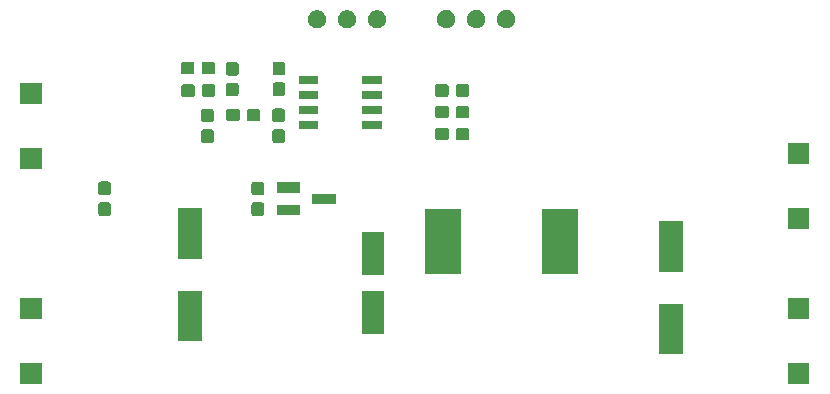
<source format=gbr>
G04 #@! TF.GenerationSoftware,KiCad,Pcbnew,5.0.2-bee76a0~70~ubuntu18.04.1*
G04 #@! TF.CreationDate,2019-01-01T14:35:21-08:00*
G04 #@! TF.ProjectId,Buck_Converter_V1,4275636b-5f43-46f6-9e76-65727465725f,rev?*
G04 #@! TF.SameCoordinates,Original*
G04 #@! TF.FileFunction,Soldermask,Top*
G04 #@! TF.FilePolarity,Negative*
%FSLAX46Y46*%
G04 Gerber Fmt 4.6, Leading zero omitted, Abs format (unit mm)*
G04 Created by KiCad (PCBNEW 5.0.2-bee76a0~70~ubuntu18.04.1) date Tue 01 Jan 2019 02:35:21 PM PST*
%MOMM*%
%LPD*%
G01*
G04 APERTURE LIST*
%ADD10C,0.100000*%
G04 APERTURE END LIST*
D10*
G36*
X114701000Y-104901000D02*
X112899000Y-104901000D01*
X112899000Y-103099000D01*
X114701000Y-103099000D01*
X114701000Y-104901000D01*
X114701000Y-104901000D01*
G37*
G36*
X179701000Y-104901000D02*
X177899000Y-104901000D01*
X177899000Y-103099000D01*
X179701000Y-103099000D01*
X179701000Y-104901000D01*
X179701000Y-104901000D01*
G37*
G36*
X168983900Y-102386900D02*
X166981900Y-102386900D01*
X166981900Y-98084900D01*
X168983900Y-98084900D01*
X168983900Y-102386900D01*
X168983900Y-102386900D01*
G37*
G36*
X128280400Y-101294700D02*
X126278400Y-101294700D01*
X126278400Y-96992700D01*
X128280400Y-96992700D01*
X128280400Y-101294700D01*
X128280400Y-101294700D01*
G37*
G36*
X143711700Y-100643200D02*
X141809700Y-100643200D01*
X141809700Y-97041200D01*
X143711700Y-97041200D01*
X143711700Y-100643200D01*
X143711700Y-100643200D01*
G37*
G36*
X179701000Y-99401000D02*
X177899000Y-99401000D01*
X177899000Y-97599000D01*
X179701000Y-97599000D01*
X179701000Y-99401000D01*
X179701000Y-99401000D01*
G37*
G36*
X114701000Y-99401000D02*
X112899000Y-99401000D01*
X112899000Y-97599000D01*
X114701000Y-97599000D01*
X114701000Y-99401000D01*
X114701000Y-99401000D01*
G37*
G36*
X143711700Y-95643200D02*
X141809700Y-95643200D01*
X141809700Y-92041200D01*
X143711700Y-92041200D01*
X143711700Y-95643200D01*
X143711700Y-95643200D01*
G37*
G36*
X160095600Y-95613400D02*
X157093600Y-95613400D01*
X157093600Y-90111400D01*
X160095600Y-90111400D01*
X160095600Y-95613400D01*
X160095600Y-95613400D01*
G37*
G36*
X150195600Y-95613400D02*
X147193600Y-95613400D01*
X147193600Y-90111400D01*
X150195600Y-90111400D01*
X150195600Y-95613400D01*
X150195600Y-95613400D01*
G37*
G36*
X168983900Y-95386900D02*
X166981900Y-95386900D01*
X166981900Y-91084900D01*
X168983900Y-91084900D01*
X168983900Y-95386900D01*
X168983900Y-95386900D01*
G37*
G36*
X128280400Y-94294700D02*
X126278400Y-94294700D01*
X126278400Y-89992700D01*
X128280400Y-89992700D01*
X128280400Y-94294700D01*
X128280400Y-94294700D01*
G37*
G36*
X179701000Y-91781000D02*
X177899000Y-91781000D01*
X177899000Y-89979000D01*
X179701000Y-89979000D01*
X179701000Y-91781000D01*
X179701000Y-91781000D01*
G37*
G36*
X133358899Y-89520945D02*
X133396393Y-89532319D01*
X133430957Y-89550794D01*
X133461247Y-89575653D01*
X133486106Y-89605943D01*
X133504581Y-89640507D01*
X133515955Y-89678001D01*
X133520400Y-89723138D01*
X133520400Y-90461862D01*
X133515955Y-90506999D01*
X133504581Y-90544493D01*
X133486106Y-90579057D01*
X133461247Y-90609347D01*
X133430957Y-90634206D01*
X133396393Y-90652681D01*
X133358899Y-90664055D01*
X133313762Y-90668500D01*
X132675038Y-90668500D01*
X132629901Y-90664055D01*
X132592407Y-90652681D01*
X132557843Y-90634206D01*
X132527553Y-90609347D01*
X132502694Y-90579057D01*
X132484219Y-90544493D01*
X132472845Y-90506999D01*
X132468400Y-90461862D01*
X132468400Y-89723138D01*
X132472845Y-89678001D01*
X132484219Y-89640507D01*
X132502694Y-89605943D01*
X132527553Y-89575653D01*
X132557843Y-89550794D01*
X132592407Y-89532319D01*
X132629901Y-89520945D01*
X132675038Y-89516500D01*
X133313762Y-89516500D01*
X133358899Y-89520945D01*
X133358899Y-89520945D01*
G37*
G36*
X120392199Y-89508245D02*
X120429693Y-89519619D01*
X120464257Y-89538094D01*
X120494547Y-89562953D01*
X120519406Y-89593243D01*
X120537881Y-89627807D01*
X120549255Y-89665301D01*
X120553700Y-89710438D01*
X120553700Y-90449162D01*
X120549255Y-90494299D01*
X120537881Y-90531793D01*
X120519406Y-90566357D01*
X120494547Y-90596647D01*
X120464257Y-90621506D01*
X120429693Y-90639981D01*
X120392199Y-90651355D01*
X120347062Y-90655800D01*
X119708338Y-90655800D01*
X119663201Y-90651355D01*
X119625707Y-90639981D01*
X119591143Y-90621506D01*
X119560853Y-90596647D01*
X119535994Y-90566357D01*
X119517519Y-90531793D01*
X119506145Y-90494299D01*
X119501700Y-90449162D01*
X119501700Y-89710438D01*
X119506145Y-89665301D01*
X119517519Y-89627807D01*
X119535994Y-89593243D01*
X119560853Y-89562953D01*
X119591143Y-89538094D01*
X119625707Y-89519619D01*
X119663201Y-89508245D01*
X119708338Y-89503800D01*
X120347062Y-89503800D01*
X120392199Y-89508245D01*
X120392199Y-89508245D01*
G37*
G36*
X136610200Y-90631200D02*
X134608200Y-90631200D01*
X134608200Y-89729200D01*
X136610200Y-89729200D01*
X136610200Y-90631200D01*
X136610200Y-90631200D01*
G37*
G36*
X139610200Y-89681200D02*
X137608200Y-89681200D01*
X137608200Y-88779200D01*
X139610200Y-88779200D01*
X139610200Y-89681200D01*
X139610200Y-89681200D01*
G37*
G36*
X133358899Y-87770945D02*
X133396393Y-87782319D01*
X133430957Y-87800794D01*
X133461247Y-87825653D01*
X133486106Y-87855943D01*
X133504581Y-87890507D01*
X133515955Y-87928001D01*
X133520400Y-87973138D01*
X133520400Y-88711862D01*
X133515955Y-88756999D01*
X133504581Y-88794493D01*
X133486106Y-88829057D01*
X133461247Y-88859347D01*
X133430957Y-88884206D01*
X133396393Y-88902681D01*
X133358899Y-88914055D01*
X133313762Y-88918500D01*
X132675038Y-88918500D01*
X132629901Y-88914055D01*
X132592407Y-88902681D01*
X132557843Y-88884206D01*
X132527553Y-88859347D01*
X132502694Y-88829057D01*
X132484219Y-88794493D01*
X132472845Y-88756999D01*
X132468400Y-88711862D01*
X132468400Y-87973138D01*
X132472845Y-87928001D01*
X132484219Y-87890507D01*
X132502694Y-87855943D01*
X132527553Y-87825653D01*
X132557843Y-87800794D01*
X132592407Y-87782319D01*
X132629901Y-87770945D01*
X132675038Y-87766500D01*
X133313762Y-87766500D01*
X133358899Y-87770945D01*
X133358899Y-87770945D01*
G37*
G36*
X120392199Y-87758245D02*
X120429693Y-87769619D01*
X120464257Y-87788094D01*
X120494547Y-87812953D01*
X120519406Y-87843243D01*
X120537881Y-87877807D01*
X120549255Y-87915301D01*
X120553700Y-87960438D01*
X120553700Y-88699162D01*
X120549255Y-88744299D01*
X120537881Y-88781793D01*
X120519406Y-88816357D01*
X120494547Y-88846647D01*
X120464257Y-88871506D01*
X120429693Y-88889981D01*
X120392199Y-88901355D01*
X120347062Y-88905800D01*
X119708338Y-88905800D01*
X119663201Y-88901355D01*
X119625707Y-88889981D01*
X119591143Y-88871506D01*
X119560853Y-88846647D01*
X119535994Y-88816357D01*
X119517519Y-88781793D01*
X119506145Y-88744299D01*
X119501700Y-88699162D01*
X119501700Y-87960438D01*
X119506145Y-87915301D01*
X119517519Y-87877807D01*
X119535994Y-87843243D01*
X119560853Y-87812953D01*
X119591143Y-87788094D01*
X119625707Y-87769619D01*
X119663201Y-87758245D01*
X119708338Y-87753800D01*
X120347062Y-87753800D01*
X120392199Y-87758245D01*
X120392199Y-87758245D01*
G37*
G36*
X136610200Y-88731200D02*
X134608200Y-88731200D01*
X134608200Y-87829200D01*
X136610200Y-87829200D01*
X136610200Y-88731200D01*
X136610200Y-88731200D01*
G37*
G36*
X114701000Y-86701000D02*
X112899000Y-86701000D01*
X112899000Y-84899000D01*
X114701000Y-84899000D01*
X114701000Y-86701000D01*
X114701000Y-86701000D01*
G37*
G36*
X179701000Y-86281000D02*
X177899000Y-86281000D01*
X177899000Y-84479000D01*
X179701000Y-84479000D01*
X179701000Y-86281000D01*
X179701000Y-86281000D01*
G37*
G36*
X129104399Y-83348745D02*
X129141893Y-83360119D01*
X129176457Y-83378594D01*
X129206747Y-83403453D01*
X129231606Y-83433743D01*
X129250081Y-83468307D01*
X129261455Y-83505801D01*
X129265900Y-83550938D01*
X129265900Y-84289662D01*
X129261455Y-84334799D01*
X129250081Y-84372293D01*
X129231606Y-84406857D01*
X129206747Y-84437147D01*
X129176457Y-84462006D01*
X129141893Y-84480481D01*
X129104399Y-84491855D01*
X129059262Y-84496300D01*
X128420538Y-84496300D01*
X128375401Y-84491855D01*
X128337907Y-84480481D01*
X128303343Y-84462006D01*
X128273053Y-84437147D01*
X128248194Y-84406857D01*
X128229719Y-84372293D01*
X128218345Y-84334799D01*
X128213900Y-84289662D01*
X128213900Y-83550938D01*
X128218345Y-83505801D01*
X128229719Y-83468307D01*
X128248194Y-83433743D01*
X128273053Y-83403453D01*
X128303343Y-83378594D01*
X128337907Y-83360119D01*
X128375401Y-83348745D01*
X128420538Y-83344300D01*
X129059262Y-83344300D01*
X129104399Y-83348745D01*
X129104399Y-83348745D01*
G37*
G36*
X135124199Y-83323345D02*
X135161693Y-83334719D01*
X135196257Y-83353194D01*
X135226547Y-83378053D01*
X135251406Y-83408343D01*
X135269881Y-83442907D01*
X135281255Y-83480401D01*
X135285700Y-83525538D01*
X135285700Y-84264262D01*
X135281255Y-84309399D01*
X135269881Y-84346893D01*
X135251406Y-84381457D01*
X135226547Y-84411747D01*
X135196257Y-84436606D01*
X135161693Y-84455081D01*
X135124199Y-84466455D01*
X135079062Y-84470900D01*
X134440338Y-84470900D01*
X134395201Y-84466455D01*
X134357707Y-84455081D01*
X134323143Y-84436606D01*
X134292853Y-84411747D01*
X134267994Y-84381457D01*
X134249519Y-84346893D01*
X134238145Y-84309399D01*
X134233700Y-84264262D01*
X134233700Y-83525538D01*
X134238145Y-83480401D01*
X134249519Y-83442907D01*
X134267994Y-83408343D01*
X134292853Y-83378053D01*
X134323143Y-83353194D01*
X134357707Y-83334719D01*
X134395201Y-83323345D01*
X134440338Y-83318900D01*
X135079062Y-83318900D01*
X135124199Y-83323345D01*
X135124199Y-83323345D01*
G37*
G36*
X150755799Y-83222245D02*
X150793293Y-83233619D01*
X150827857Y-83252094D01*
X150858147Y-83276953D01*
X150883006Y-83307243D01*
X150901481Y-83341807D01*
X150912855Y-83379301D01*
X150917300Y-83424438D01*
X150917300Y-84063162D01*
X150912855Y-84108299D01*
X150901481Y-84145793D01*
X150883006Y-84180357D01*
X150858147Y-84210647D01*
X150827857Y-84235506D01*
X150793293Y-84253981D01*
X150755799Y-84265355D01*
X150710662Y-84269800D01*
X149971938Y-84269800D01*
X149926801Y-84265355D01*
X149889307Y-84253981D01*
X149854743Y-84235506D01*
X149824453Y-84210647D01*
X149799594Y-84180357D01*
X149781119Y-84145793D01*
X149769745Y-84108299D01*
X149765300Y-84063162D01*
X149765300Y-83424438D01*
X149769745Y-83379301D01*
X149781119Y-83341807D01*
X149799594Y-83307243D01*
X149824453Y-83276953D01*
X149854743Y-83252094D01*
X149889307Y-83233619D01*
X149926801Y-83222245D01*
X149971938Y-83217800D01*
X150710662Y-83217800D01*
X150755799Y-83222245D01*
X150755799Y-83222245D01*
G37*
G36*
X149005799Y-83222245D02*
X149043293Y-83233619D01*
X149077857Y-83252094D01*
X149108147Y-83276953D01*
X149133006Y-83307243D01*
X149151481Y-83341807D01*
X149162855Y-83379301D01*
X149167300Y-83424438D01*
X149167300Y-84063162D01*
X149162855Y-84108299D01*
X149151481Y-84145793D01*
X149133006Y-84180357D01*
X149108147Y-84210647D01*
X149077857Y-84235506D01*
X149043293Y-84253981D01*
X149005799Y-84265355D01*
X148960662Y-84269800D01*
X148221938Y-84269800D01*
X148176801Y-84265355D01*
X148139307Y-84253981D01*
X148104743Y-84235506D01*
X148074453Y-84210647D01*
X148049594Y-84180357D01*
X148031119Y-84145793D01*
X148019745Y-84108299D01*
X148015300Y-84063162D01*
X148015300Y-83424438D01*
X148019745Y-83379301D01*
X148031119Y-83341807D01*
X148049594Y-83307243D01*
X148074453Y-83276953D01*
X148104743Y-83252094D01*
X148139307Y-83233619D01*
X148176801Y-83222245D01*
X148221938Y-83217800D01*
X148960662Y-83217800D01*
X149005799Y-83222245D01*
X149005799Y-83222245D01*
G37*
G36*
X143505400Y-83332800D02*
X141853400Y-83332800D01*
X141853400Y-82630800D01*
X143505400Y-82630800D01*
X143505400Y-83332800D01*
X143505400Y-83332800D01*
G37*
G36*
X138105400Y-83332800D02*
X136453400Y-83332800D01*
X136453400Y-82630800D01*
X138105400Y-82630800D01*
X138105400Y-83332800D01*
X138105400Y-83332800D01*
G37*
G36*
X129104399Y-81598745D02*
X129141893Y-81610119D01*
X129176457Y-81628594D01*
X129206747Y-81653453D01*
X129231606Y-81683743D01*
X129250081Y-81718307D01*
X129261455Y-81755801D01*
X129265900Y-81800938D01*
X129265900Y-82539662D01*
X129261455Y-82584799D01*
X129250081Y-82622293D01*
X129231606Y-82656857D01*
X129206747Y-82687147D01*
X129176457Y-82712006D01*
X129141893Y-82730481D01*
X129104399Y-82741855D01*
X129059262Y-82746300D01*
X128420538Y-82746300D01*
X128375401Y-82741855D01*
X128337907Y-82730481D01*
X128303343Y-82712006D01*
X128273053Y-82687147D01*
X128248194Y-82656857D01*
X128229719Y-82622293D01*
X128218345Y-82584799D01*
X128213900Y-82539662D01*
X128213900Y-81800938D01*
X128218345Y-81755801D01*
X128229719Y-81718307D01*
X128248194Y-81683743D01*
X128273053Y-81653453D01*
X128303343Y-81628594D01*
X128337907Y-81610119D01*
X128375401Y-81598745D01*
X128420538Y-81594300D01*
X129059262Y-81594300D01*
X129104399Y-81598745D01*
X129104399Y-81598745D01*
G37*
G36*
X135124199Y-81573345D02*
X135161693Y-81584719D01*
X135196257Y-81603194D01*
X135226547Y-81628053D01*
X135251406Y-81658343D01*
X135269881Y-81692907D01*
X135281255Y-81730401D01*
X135285700Y-81775538D01*
X135285700Y-82514262D01*
X135281255Y-82559399D01*
X135269881Y-82596893D01*
X135251406Y-82631457D01*
X135226547Y-82661747D01*
X135196257Y-82686606D01*
X135161693Y-82705081D01*
X135124199Y-82716455D01*
X135079062Y-82720900D01*
X134440338Y-82720900D01*
X134395201Y-82716455D01*
X134357707Y-82705081D01*
X134323143Y-82686606D01*
X134292853Y-82661747D01*
X134267994Y-82631457D01*
X134249519Y-82596893D01*
X134238145Y-82559399D01*
X134233700Y-82514262D01*
X134233700Y-81775538D01*
X134238145Y-81730401D01*
X134249519Y-81692907D01*
X134267994Y-81658343D01*
X134292853Y-81628053D01*
X134323143Y-81603194D01*
X134357707Y-81584719D01*
X134395201Y-81573345D01*
X134440338Y-81568900D01*
X135079062Y-81568900D01*
X135124199Y-81573345D01*
X135124199Y-81573345D01*
G37*
G36*
X131314699Y-81609345D02*
X131352193Y-81620719D01*
X131386757Y-81639194D01*
X131417047Y-81664053D01*
X131441906Y-81694343D01*
X131460381Y-81728907D01*
X131471755Y-81766401D01*
X131476200Y-81811538D01*
X131476200Y-82450262D01*
X131471755Y-82495399D01*
X131460381Y-82532893D01*
X131441906Y-82567457D01*
X131417047Y-82597747D01*
X131386757Y-82622606D01*
X131352193Y-82641081D01*
X131314699Y-82652455D01*
X131269562Y-82656900D01*
X130530838Y-82656900D01*
X130485701Y-82652455D01*
X130448207Y-82641081D01*
X130413643Y-82622606D01*
X130383353Y-82597747D01*
X130358494Y-82567457D01*
X130340019Y-82532893D01*
X130328645Y-82495399D01*
X130324200Y-82450262D01*
X130324200Y-81811538D01*
X130328645Y-81766401D01*
X130340019Y-81728907D01*
X130358494Y-81694343D01*
X130383353Y-81664053D01*
X130413643Y-81639194D01*
X130448207Y-81620719D01*
X130485701Y-81609345D01*
X130530838Y-81604900D01*
X131269562Y-81604900D01*
X131314699Y-81609345D01*
X131314699Y-81609345D01*
G37*
G36*
X133064699Y-81609345D02*
X133102193Y-81620719D01*
X133136757Y-81639194D01*
X133167047Y-81664053D01*
X133191906Y-81694343D01*
X133210381Y-81728907D01*
X133221755Y-81766401D01*
X133226200Y-81811538D01*
X133226200Y-82450262D01*
X133221755Y-82495399D01*
X133210381Y-82532893D01*
X133191906Y-82567457D01*
X133167047Y-82597747D01*
X133136757Y-82622606D01*
X133102193Y-82641081D01*
X133064699Y-82652455D01*
X133019562Y-82656900D01*
X132280838Y-82656900D01*
X132235701Y-82652455D01*
X132198207Y-82641081D01*
X132163643Y-82622606D01*
X132133353Y-82597747D01*
X132108494Y-82567457D01*
X132090019Y-82532893D01*
X132078645Y-82495399D01*
X132074200Y-82450262D01*
X132074200Y-81811538D01*
X132078645Y-81766401D01*
X132090019Y-81728907D01*
X132108494Y-81694343D01*
X132133353Y-81664053D01*
X132163643Y-81639194D01*
X132198207Y-81620719D01*
X132235701Y-81609345D01*
X132280838Y-81604900D01*
X133019562Y-81604900D01*
X133064699Y-81609345D01*
X133064699Y-81609345D01*
G37*
G36*
X150755799Y-81368045D02*
X150793293Y-81379419D01*
X150827857Y-81397894D01*
X150858147Y-81422753D01*
X150883006Y-81453043D01*
X150901481Y-81487607D01*
X150912855Y-81525101D01*
X150917300Y-81570238D01*
X150917300Y-82208962D01*
X150912855Y-82254099D01*
X150901481Y-82291593D01*
X150883006Y-82326157D01*
X150858147Y-82356447D01*
X150827857Y-82381306D01*
X150793293Y-82399781D01*
X150755799Y-82411155D01*
X150710662Y-82415600D01*
X149971938Y-82415600D01*
X149926801Y-82411155D01*
X149889307Y-82399781D01*
X149854743Y-82381306D01*
X149824453Y-82356447D01*
X149799594Y-82326157D01*
X149781119Y-82291593D01*
X149769745Y-82254099D01*
X149765300Y-82208962D01*
X149765300Y-81570238D01*
X149769745Y-81525101D01*
X149781119Y-81487607D01*
X149799594Y-81453043D01*
X149824453Y-81422753D01*
X149854743Y-81397894D01*
X149889307Y-81379419D01*
X149926801Y-81368045D01*
X149971938Y-81363600D01*
X150710662Y-81363600D01*
X150755799Y-81368045D01*
X150755799Y-81368045D01*
G37*
G36*
X149005799Y-81368045D02*
X149043293Y-81379419D01*
X149077857Y-81397894D01*
X149108147Y-81422753D01*
X149133006Y-81453043D01*
X149151481Y-81487607D01*
X149162855Y-81525101D01*
X149167300Y-81570238D01*
X149167300Y-82208962D01*
X149162855Y-82254099D01*
X149151481Y-82291593D01*
X149133006Y-82326157D01*
X149108147Y-82356447D01*
X149077857Y-82381306D01*
X149043293Y-82399781D01*
X149005799Y-82411155D01*
X148960662Y-82415600D01*
X148221938Y-82415600D01*
X148176801Y-82411155D01*
X148139307Y-82399781D01*
X148104743Y-82381306D01*
X148074453Y-82356447D01*
X148049594Y-82326157D01*
X148031119Y-82291593D01*
X148019745Y-82254099D01*
X148015300Y-82208962D01*
X148015300Y-81570238D01*
X148019745Y-81525101D01*
X148031119Y-81487607D01*
X148049594Y-81453043D01*
X148074453Y-81422753D01*
X148104743Y-81397894D01*
X148139307Y-81379419D01*
X148176801Y-81368045D01*
X148221938Y-81363600D01*
X148960662Y-81363600D01*
X149005799Y-81368045D01*
X149005799Y-81368045D01*
G37*
G36*
X143505400Y-82062800D02*
X141853400Y-82062800D01*
X141853400Y-81360800D01*
X143505400Y-81360800D01*
X143505400Y-82062800D01*
X143505400Y-82062800D01*
G37*
G36*
X138105400Y-82062800D02*
X136453400Y-82062800D01*
X136453400Y-81360800D01*
X138105400Y-81360800D01*
X138105400Y-82062800D01*
X138105400Y-82062800D01*
G37*
G36*
X114701000Y-81201000D02*
X112899000Y-81201000D01*
X112899000Y-79399000D01*
X114701000Y-79399000D01*
X114701000Y-81201000D01*
X114701000Y-81201000D01*
G37*
G36*
X138105400Y-80792800D02*
X136453400Y-80792800D01*
X136453400Y-80090800D01*
X138105400Y-80090800D01*
X138105400Y-80792800D01*
X138105400Y-80792800D01*
G37*
G36*
X143505400Y-80792800D02*
X141853400Y-80792800D01*
X141853400Y-80090800D01*
X143505400Y-80090800D01*
X143505400Y-80792800D01*
X143505400Y-80792800D01*
G37*
G36*
X127504699Y-79526545D02*
X127542193Y-79537919D01*
X127576757Y-79556394D01*
X127607047Y-79581253D01*
X127631906Y-79611543D01*
X127650381Y-79646107D01*
X127661755Y-79683601D01*
X127666200Y-79728738D01*
X127666200Y-80367462D01*
X127661755Y-80412599D01*
X127650381Y-80450093D01*
X127631906Y-80484657D01*
X127607047Y-80514947D01*
X127576757Y-80539806D01*
X127542193Y-80558281D01*
X127504699Y-80569655D01*
X127459562Y-80574100D01*
X126720838Y-80574100D01*
X126675701Y-80569655D01*
X126638207Y-80558281D01*
X126603643Y-80539806D01*
X126573353Y-80514947D01*
X126548494Y-80484657D01*
X126530019Y-80450093D01*
X126518645Y-80412599D01*
X126514200Y-80367462D01*
X126514200Y-79728738D01*
X126518645Y-79683601D01*
X126530019Y-79646107D01*
X126548494Y-79611543D01*
X126573353Y-79581253D01*
X126603643Y-79556394D01*
X126638207Y-79537919D01*
X126675701Y-79526545D01*
X126720838Y-79522100D01*
X127459562Y-79522100D01*
X127504699Y-79526545D01*
X127504699Y-79526545D01*
G37*
G36*
X129254699Y-79526545D02*
X129292193Y-79537919D01*
X129326757Y-79556394D01*
X129357047Y-79581253D01*
X129381906Y-79611543D01*
X129400381Y-79646107D01*
X129411755Y-79683601D01*
X129416200Y-79728738D01*
X129416200Y-80367462D01*
X129411755Y-80412599D01*
X129400381Y-80450093D01*
X129381906Y-80484657D01*
X129357047Y-80514947D01*
X129326757Y-80539806D01*
X129292193Y-80558281D01*
X129254699Y-80569655D01*
X129209562Y-80574100D01*
X128470838Y-80574100D01*
X128425701Y-80569655D01*
X128388207Y-80558281D01*
X128353643Y-80539806D01*
X128323353Y-80514947D01*
X128298494Y-80484657D01*
X128280019Y-80450093D01*
X128268645Y-80412599D01*
X128264200Y-80367462D01*
X128264200Y-79728738D01*
X128268645Y-79683601D01*
X128280019Y-79646107D01*
X128298494Y-79611543D01*
X128323353Y-79581253D01*
X128353643Y-79556394D01*
X128388207Y-79537919D01*
X128425701Y-79526545D01*
X128470838Y-79522100D01*
X129209562Y-79522100D01*
X129254699Y-79526545D01*
X129254699Y-79526545D01*
G37*
G36*
X148993099Y-79526545D02*
X149030593Y-79537919D01*
X149065157Y-79556394D01*
X149095447Y-79581253D01*
X149120306Y-79611543D01*
X149138781Y-79646107D01*
X149150155Y-79683601D01*
X149154600Y-79728738D01*
X149154600Y-80367462D01*
X149150155Y-80412599D01*
X149138781Y-80450093D01*
X149120306Y-80484657D01*
X149095447Y-80514947D01*
X149065157Y-80539806D01*
X149030593Y-80558281D01*
X148993099Y-80569655D01*
X148947962Y-80574100D01*
X148209238Y-80574100D01*
X148164101Y-80569655D01*
X148126607Y-80558281D01*
X148092043Y-80539806D01*
X148061753Y-80514947D01*
X148036894Y-80484657D01*
X148018419Y-80450093D01*
X148007045Y-80412599D01*
X148002600Y-80367462D01*
X148002600Y-79728738D01*
X148007045Y-79683601D01*
X148018419Y-79646107D01*
X148036894Y-79611543D01*
X148061753Y-79581253D01*
X148092043Y-79556394D01*
X148126607Y-79537919D01*
X148164101Y-79526545D01*
X148209238Y-79522100D01*
X148947962Y-79522100D01*
X148993099Y-79526545D01*
X148993099Y-79526545D01*
G37*
G36*
X150743099Y-79526545D02*
X150780593Y-79537919D01*
X150815157Y-79556394D01*
X150845447Y-79581253D01*
X150870306Y-79611543D01*
X150888781Y-79646107D01*
X150900155Y-79683601D01*
X150904600Y-79728738D01*
X150904600Y-80367462D01*
X150900155Y-80412599D01*
X150888781Y-80450093D01*
X150870306Y-80484657D01*
X150845447Y-80514947D01*
X150815157Y-80539806D01*
X150780593Y-80558281D01*
X150743099Y-80569655D01*
X150697962Y-80574100D01*
X149959238Y-80574100D01*
X149914101Y-80569655D01*
X149876607Y-80558281D01*
X149842043Y-80539806D01*
X149811753Y-80514947D01*
X149786894Y-80484657D01*
X149768419Y-80450093D01*
X149757045Y-80412599D01*
X149752600Y-80367462D01*
X149752600Y-79728738D01*
X149757045Y-79683601D01*
X149768419Y-79646107D01*
X149786894Y-79611543D01*
X149811753Y-79581253D01*
X149842043Y-79556394D01*
X149876607Y-79537919D01*
X149914101Y-79526545D01*
X149959238Y-79522100D01*
X150697962Y-79522100D01*
X150743099Y-79526545D01*
X150743099Y-79526545D01*
G37*
G36*
X131207633Y-79386345D02*
X131245127Y-79397719D01*
X131279691Y-79416194D01*
X131309981Y-79441053D01*
X131334840Y-79471343D01*
X131353315Y-79505907D01*
X131364689Y-79543401D01*
X131369134Y-79588538D01*
X131369134Y-80327262D01*
X131364689Y-80372399D01*
X131353315Y-80409893D01*
X131334840Y-80444457D01*
X131309981Y-80474747D01*
X131279691Y-80499606D01*
X131245127Y-80518081D01*
X131207633Y-80529455D01*
X131162496Y-80533900D01*
X130523772Y-80533900D01*
X130478635Y-80529455D01*
X130441141Y-80518081D01*
X130406577Y-80499606D01*
X130376287Y-80474747D01*
X130351428Y-80444457D01*
X130332953Y-80409893D01*
X130321579Y-80372399D01*
X130317134Y-80327262D01*
X130317134Y-79588538D01*
X130321579Y-79543401D01*
X130332953Y-79505907D01*
X130351428Y-79471343D01*
X130376287Y-79441053D01*
X130406577Y-79416194D01*
X130441141Y-79397719D01*
X130478635Y-79386345D01*
X130523772Y-79381900D01*
X131162496Y-79381900D01*
X131207633Y-79386345D01*
X131207633Y-79386345D01*
G37*
G36*
X135149599Y-79360945D02*
X135187093Y-79372319D01*
X135221657Y-79390794D01*
X135251947Y-79415653D01*
X135276806Y-79445943D01*
X135295281Y-79480507D01*
X135306655Y-79518001D01*
X135311100Y-79563138D01*
X135311100Y-80301862D01*
X135306655Y-80346999D01*
X135295281Y-80384493D01*
X135276806Y-80419057D01*
X135251947Y-80449347D01*
X135221657Y-80474206D01*
X135187093Y-80492681D01*
X135149599Y-80504055D01*
X135104462Y-80508500D01*
X134465738Y-80508500D01*
X134420601Y-80504055D01*
X134383107Y-80492681D01*
X134348543Y-80474206D01*
X134318253Y-80449347D01*
X134293394Y-80419057D01*
X134274919Y-80384493D01*
X134263545Y-80346999D01*
X134259100Y-80301862D01*
X134259100Y-79563138D01*
X134263545Y-79518001D01*
X134274919Y-79480507D01*
X134293394Y-79445943D01*
X134318253Y-79415653D01*
X134348543Y-79390794D01*
X134383107Y-79372319D01*
X134420601Y-79360945D01*
X134465738Y-79356500D01*
X135104462Y-79356500D01*
X135149599Y-79360945D01*
X135149599Y-79360945D01*
G37*
G36*
X143505400Y-79522800D02*
X141853400Y-79522800D01*
X141853400Y-78820800D01*
X143505400Y-78820800D01*
X143505400Y-79522800D01*
X143505400Y-79522800D01*
G37*
G36*
X138105400Y-79522800D02*
X136453400Y-79522800D01*
X136453400Y-78820800D01*
X138105400Y-78820800D01*
X138105400Y-79522800D01*
X138105400Y-79522800D01*
G37*
G36*
X131207633Y-77636345D02*
X131245127Y-77647719D01*
X131279691Y-77666194D01*
X131309981Y-77691053D01*
X131334840Y-77721343D01*
X131353315Y-77755907D01*
X131364689Y-77793401D01*
X131369134Y-77838538D01*
X131369134Y-78577262D01*
X131364689Y-78622399D01*
X131353315Y-78659893D01*
X131334840Y-78694457D01*
X131309981Y-78724747D01*
X131279691Y-78749606D01*
X131245127Y-78768081D01*
X131207633Y-78779455D01*
X131162496Y-78783900D01*
X130523772Y-78783900D01*
X130478635Y-78779455D01*
X130441141Y-78768081D01*
X130406577Y-78749606D01*
X130376287Y-78724747D01*
X130351428Y-78694457D01*
X130332953Y-78659893D01*
X130321579Y-78622399D01*
X130317134Y-78577262D01*
X130317134Y-77838538D01*
X130321579Y-77793401D01*
X130332953Y-77755907D01*
X130351428Y-77721343D01*
X130376287Y-77691053D01*
X130406577Y-77666194D01*
X130441141Y-77647719D01*
X130478635Y-77636345D01*
X130523772Y-77631900D01*
X131162496Y-77631900D01*
X131207633Y-77636345D01*
X131207633Y-77636345D01*
G37*
G36*
X135149599Y-77610945D02*
X135187093Y-77622319D01*
X135221657Y-77640794D01*
X135251947Y-77665653D01*
X135276806Y-77695943D01*
X135295281Y-77730507D01*
X135306655Y-77768001D01*
X135311100Y-77813138D01*
X135311100Y-78551862D01*
X135306655Y-78596999D01*
X135295281Y-78634493D01*
X135276806Y-78669057D01*
X135251947Y-78699347D01*
X135221657Y-78724206D01*
X135187093Y-78742681D01*
X135149599Y-78754055D01*
X135104462Y-78758500D01*
X134465738Y-78758500D01*
X134420601Y-78754055D01*
X134383107Y-78742681D01*
X134348543Y-78724206D01*
X134318253Y-78699347D01*
X134293394Y-78669057D01*
X134274919Y-78634493D01*
X134263545Y-78596999D01*
X134259100Y-78551862D01*
X134259100Y-77813138D01*
X134263545Y-77768001D01*
X134274919Y-77730507D01*
X134293394Y-77695943D01*
X134318253Y-77665653D01*
X134348543Y-77640794D01*
X134383107Y-77622319D01*
X134420601Y-77610945D01*
X134465738Y-77606500D01*
X135104462Y-77606500D01*
X135149599Y-77610945D01*
X135149599Y-77610945D01*
G37*
G36*
X129229299Y-77621545D02*
X129266793Y-77632919D01*
X129301357Y-77651394D01*
X129331647Y-77676253D01*
X129356506Y-77706543D01*
X129374981Y-77741107D01*
X129386355Y-77778601D01*
X129390800Y-77823738D01*
X129390800Y-78462462D01*
X129386355Y-78507599D01*
X129374981Y-78545093D01*
X129356506Y-78579657D01*
X129331647Y-78609947D01*
X129301357Y-78634806D01*
X129266793Y-78653281D01*
X129229299Y-78664655D01*
X129184162Y-78669100D01*
X128445438Y-78669100D01*
X128400301Y-78664655D01*
X128362807Y-78653281D01*
X128328243Y-78634806D01*
X128297953Y-78609947D01*
X128273094Y-78579657D01*
X128254619Y-78545093D01*
X128243245Y-78507599D01*
X128238800Y-78462462D01*
X128238800Y-77823738D01*
X128243245Y-77778601D01*
X128254619Y-77741107D01*
X128273094Y-77706543D01*
X128297953Y-77676253D01*
X128328243Y-77651394D01*
X128362807Y-77632919D01*
X128400301Y-77621545D01*
X128445438Y-77617100D01*
X129184162Y-77617100D01*
X129229299Y-77621545D01*
X129229299Y-77621545D01*
G37*
G36*
X127479299Y-77621545D02*
X127516793Y-77632919D01*
X127551357Y-77651394D01*
X127581647Y-77676253D01*
X127606506Y-77706543D01*
X127624981Y-77741107D01*
X127636355Y-77778601D01*
X127640800Y-77823738D01*
X127640800Y-78462462D01*
X127636355Y-78507599D01*
X127624981Y-78545093D01*
X127606506Y-78579657D01*
X127581647Y-78609947D01*
X127551357Y-78634806D01*
X127516793Y-78653281D01*
X127479299Y-78664655D01*
X127434162Y-78669100D01*
X126695438Y-78669100D01*
X126650301Y-78664655D01*
X126612807Y-78653281D01*
X126578243Y-78634806D01*
X126547953Y-78609947D01*
X126523094Y-78579657D01*
X126504619Y-78545093D01*
X126493245Y-78507599D01*
X126488800Y-78462462D01*
X126488800Y-77823738D01*
X126493245Y-77778601D01*
X126504619Y-77741107D01*
X126523094Y-77706543D01*
X126547953Y-77676253D01*
X126578243Y-77651394D01*
X126612807Y-77632919D01*
X126650301Y-77621545D01*
X126695438Y-77617100D01*
X127434162Y-77617100D01*
X127479299Y-77621545D01*
X127479299Y-77621545D01*
G37*
G36*
X140689189Y-73267176D02*
X140788493Y-73286929D01*
X140928806Y-73345048D01*
X141055084Y-73429425D01*
X141162475Y-73536816D01*
X141246852Y-73663094D01*
X141304971Y-73803407D01*
X141334600Y-73952363D01*
X141334600Y-74104237D01*
X141304971Y-74253193D01*
X141246852Y-74393506D01*
X141162475Y-74519784D01*
X141055084Y-74627175D01*
X140928806Y-74711552D01*
X140788493Y-74769671D01*
X140689189Y-74789424D01*
X140639538Y-74799300D01*
X140487662Y-74799300D01*
X140438011Y-74789424D01*
X140338707Y-74769671D01*
X140198394Y-74711552D01*
X140072116Y-74627175D01*
X139964725Y-74519784D01*
X139880348Y-74393506D01*
X139822229Y-74253193D01*
X139792600Y-74104237D01*
X139792600Y-73952363D01*
X139822229Y-73803407D01*
X139880348Y-73663094D01*
X139964725Y-73536816D01*
X140072116Y-73429425D01*
X140198394Y-73345048D01*
X140338707Y-73286929D01*
X140438011Y-73267176D01*
X140487662Y-73257300D01*
X140639538Y-73257300D01*
X140689189Y-73267176D01*
X140689189Y-73267176D01*
G37*
G36*
X138149189Y-73267176D02*
X138248493Y-73286929D01*
X138388806Y-73345048D01*
X138515084Y-73429425D01*
X138622475Y-73536816D01*
X138706852Y-73663094D01*
X138764971Y-73803407D01*
X138794600Y-73952363D01*
X138794600Y-74104237D01*
X138764971Y-74253193D01*
X138706852Y-74393506D01*
X138622475Y-74519784D01*
X138515084Y-74627175D01*
X138388806Y-74711552D01*
X138248493Y-74769671D01*
X138149189Y-74789424D01*
X138099538Y-74799300D01*
X137947662Y-74799300D01*
X137898011Y-74789424D01*
X137798707Y-74769671D01*
X137658394Y-74711552D01*
X137532116Y-74627175D01*
X137424725Y-74519784D01*
X137340348Y-74393506D01*
X137282229Y-74253193D01*
X137252600Y-74104237D01*
X137252600Y-73952363D01*
X137282229Y-73803407D01*
X137340348Y-73663094D01*
X137424725Y-73536816D01*
X137532116Y-73429425D01*
X137658394Y-73345048D01*
X137798707Y-73286929D01*
X137898011Y-73267176D01*
X137947662Y-73257300D01*
X138099538Y-73257300D01*
X138149189Y-73267176D01*
X138149189Y-73267176D01*
G37*
G36*
X143229189Y-73267176D02*
X143328493Y-73286929D01*
X143468806Y-73345048D01*
X143595084Y-73429425D01*
X143702475Y-73536816D01*
X143786852Y-73663094D01*
X143844971Y-73803407D01*
X143874600Y-73952363D01*
X143874600Y-74104237D01*
X143844971Y-74253193D01*
X143786852Y-74393506D01*
X143702475Y-74519784D01*
X143595084Y-74627175D01*
X143468806Y-74711552D01*
X143328493Y-74769671D01*
X143229189Y-74789424D01*
X143179538Y-74799300D01*
X143027662Y-74799300D01*
X142978011Y-74789424D01*
X142878707Y-74769671D01*
X142738394Y-74711552D01*
X142612116Y-74627175D01*
X142504725Y-74519784D01*
X142420348Y-74393506D01*
X142362229Y-74253193D01*
X142332600Y-74104237D01*
X142332600Y-73952363D01*
X142362229Y-73803407D01*
X142420348Y-73663094D01*
X142504725Y-73536816D01*
X142612116Y-73429425D01*
X142738394Y-73345048D01*
X142878707Y-73286929D01*
X142978011Y-73267176D01*
X143027662Y-73257300D01*
X143179538Y-73257300D01*
X143229189Y-73267176D01*
X143229189Y-73267176D01*
G37*
G36*
X154163889Y-73254476D02*
X154263193Y-73274229D01*
X154403506Y-73332348D01*
X154529784Y-73416725D01*
X154637175Y-73524116D01*
X154721552Y-73650394D01*
X154779671Y-73790707D01*
X154809300Y-73939663D01*
X154809300Y-74091537D01*
X154779671Y-74240493D01*
X154721552Y-74380806D01*
X154637175Y-74507084D01*
X154529784Y-74614475D01*
X154403506Y-74698852D01*
X154263193Y-74756971D01*
X154199345Y-74769671D01*
X154114238Y-74786600D01*
X153962362Y-74786600D01*
X153877255Y-74769671D01*
X153813407Y-74756971D01*
X153673094Y-74698852D01*
X153546816Y-74614475D01*
X153439425Y-74507084D01*
X153355048Y-74380806D01*
X153296929Y-74240493D01*
X153267300Y-74091537D01*
X153267300Y-73939663D01*
X153296929Y-73790707D01*
X153355048Y-73650394D01*
X153439425Y-73524116D01*
X153546816Y-73416725D01*
X153673094Y-73332348D01*
X153813407Y-73274229D01*
X153912711Y-73254476D01*
X153962362Y-73244600D01*
X154114238Y-73244600D01*
X154163889Y-73254476D01*
X154163889Y-73254476D01*
G37*
G36*
X151623889Y-73254476D02*
X151723193Y-73274229D01*
X151863506Y-73332348D01*
X151989784Y-73416725D01*
X152097175Y-73524116D01*
X152181552Y-73650394D01*
X152239671Y-73790707D01*
X152269300Y-73939663D01*
X152269300Y-74091537D01*
X152239671Y-74240493D01*
X152181552Y-74380806D01*
X152097175Y-74507084D01*
X151989784Y-74614475D01*
X151863506Y-74698852D01*
X151723193Y-74756971D01*
X151659345Y-74769671D01*
X151574238Y-74786600D01*
X151422362Y-74786600D01*
X151337255Y-74769671D01*
X151273407Y-74756971D01*
X151133094Y-74698852D01*
X151006816Y-74614475D01*
X150899425Y-74507084D01*
X150815048Y-74380806D01*
X150756929Y-74240493D01*
X150727300Y-74091537D01*
X150727300Y-73939663D01*
X150756929Y-73790707D01*
X150815048Y-73650394D01*
X150899425Y-73524116D01*
X151006816Y-73416725D01*
X151133094Y-73332348D01*
X151273407Y-73274229D01*
X151372711Y-73254476D01*
X151422362Y-73244600D01*
X151574238Y-73244600D01*
X151623889Y-73254476D01*
X151623889Y-73254476D01*
G37*
G36*
X149083889Y-73254476D02*
X149183193Y-73274229D01*
X149323506Y-73332348D01*
X149449784Y-73416725D01*
X149557175Y-73524116D01*
X149641552Y-73650394D01*
X149699671Y-73790707D01*
X149729300Y-73939663D01*
X149729300Y-74091537D01*
X149699671Y-74240493D01*
X149641552Y-74380806D01*
X149557175Y-74507084D01*
X149449784Y-74614475D01*
X149323506Y-74698852D01*
X149183193Y-74756971D01*
X149119345Y-74769671D01*
X149034238Y-74786600D01*
X148882362Y-74786600D01*
X148797255Y-74769671D01*
X148733407Y-74756971D01*
X148593094Y-74698852D01*
X148466816Y-74614475D01*
X148359425Y-74507084D01*
X148275048Y-74380806D01*
X148216929Y-74240493D01*
X148187300Y-74091537D01*
X148187300Y-73939663D01*
X148216929Y-73790707D01*
X148275048Y-73650394D01*
X148359425Y-73524116D01*
X148466816Y-73416725D01*
X148593094Y-73332348D01*
X148733407Y-73274229D01*
X148832711Y-73254476D01*
X148882362Y-73244600D01*
X149034238Y-73244600D01*
X149083889Y-73254476D01*
X149083889Y-73254476D01*
G37*
M02*

</source>
